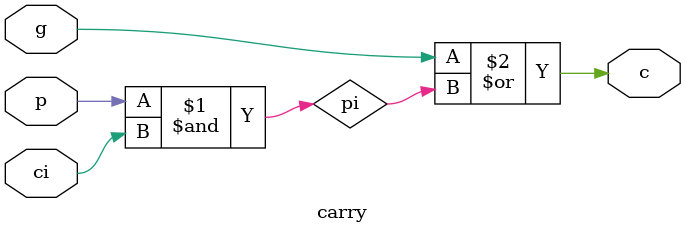
<source format=v>
`timescale 1ns / 1ps


module carry(c,g,p,ci);

input g,p,ci;
output c;
wire pi;
and(pi,p,ci);
or(c,g,pi);
endmodule

</source>
